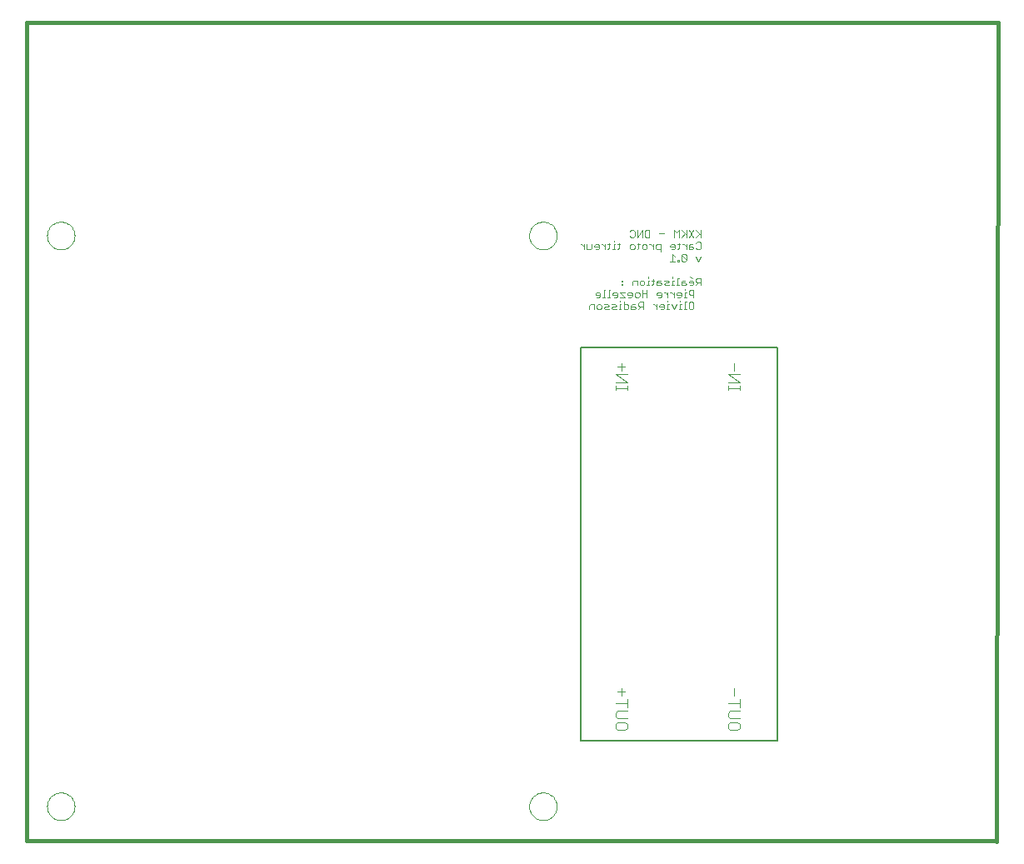
<source format=gbo>
G75*
%MOIN*%
%OFA0B0*%
%FSLAX24Y24*%
%IPPOS*%
%LPD*%
%AMOC8*
5,1,8,0,0,1.08239X$1,22.5*
%
%ADD10C,0.0160*%
%ADD11C,0.0030*%
%ADD12C,0.0000*%
%ADD13C,0.0050*%
%ADD14C,0.0040*%
D10*
X004043Y005930D02*
X004043Y038680D01*
X042918Y038680D01*
X042843Y005905D01*
X042788Y005930D02*
X004043Y005930D01*
D11*
X026562Y027195D02*
X026562Y027340D01*
X026610Y027388D01*
X026755Y027388D01*
X026755Y027195D01*
X026857Y027243D02*
X026857Y027340D01*
X026905Y027388D01*
X027002Y027388D01*
X027050Y027340D01*
X027050Y027243D01*
X027002Y027195D01*
X026905Y027195D01*
X026857Y027243D01*
X027151Y027243D02*
X027200Y027292D01*
X027296Y027292D01*
X027345Y027340D01*
X027296Y027388D01*
X027151Y027388D01*
X027151Y027243D02*
X027200Y027195D01*
X027345Y027195D01*
X027446Y027243D02*
X027494Y027292D01*
X027591Y027292D01*
X027639Y027340D01*
X027591Y027388D01*
X027446Y027388D01*
X027446Y027243D02*
X027494Y027195D01*
X027639Y027195D01*
X027739Y027195D02*
X027836Y027195D01*
X027787Y027195D02*
X027787Y027388D01*
X027836Y027388D01*
X027937Y027388D02*
X028082Y027388D01*
X028131Y027340D01*
X028131Y027243D01*
X028082Y027195D01*
X027937Y027195D01*
X027937Y027485D01*
X027787Y027485D02*
X027787Y027534D01*
X027790Y027675D02*
X027983Y027675D01*
X027790Y027868D01*
X027983Y027868D01*
X028084Y027820D02*
X028084Y027772D01*
X028278Y027772D01*
X028278Y027820D02*
X028229Y027868D01*
X028133Y027868D01*
X028084Y027820D01*
X028133Y027675D02*
X028229Y027675D01*
X028278Y027723D01*
X028278Y027820D01*
X028379Y027820D02*
X028427Y027868D01*
X028524Y027868D01*
X028572Y027820D01*
X028572Y027723D01*
X028524Y027675D01*
X028427Y027675D01*
X028379Y027723D01*
X028379Y027820D01*
X028674Y027820D02*
X028867Y027820D01*
X028867Y027675D02*
X028867Y027965D01*
X028869Y028155D02*
X028965Y028155D01*
X028917Y028155D02*
X028917Y028348D01*
X028965Y028348D01*
X029065Y028348D02*
X029162Y028348D01*
X029113Y028397D02*
X029113Y028203D01*
X029065Y028155D01*
X029263Y028155D02*
X029408Y028155D01*
X029456Y028203D01*
X029408Y028252D01*
X029263Y028252D01*
X029263Y028300D02*
X029263Y028155D01*
X029263Y028300D02*
X029311Y028348D01*
X029408Y028348D01*
X029558Y028348D02*
X029703Y028348D01*
X029751Y028300D01*
X029703Y028252D01*
X029606Y028252D01*
X029558Y028203D01*
X029606Y028155D01*
X029751Y028155D01*
X029851Y028155D02*
X029948Y028155D01*
X029899Y028155D02*
X029899Y028348D01*
X029948Y028348D01*
X029899Y028445D02*
X029899Y028494D01*
X030096Y028445D02*
X030096Y028155D01*
X030144Y028155D02*
X030047Y028155D01*
X030245Y028155D02*
X030390Y028155D01*
X030439Y028203D01*
X030390Y028252D01*
X030245Y028252D01*
X030245Y028300D02*
X030245Y028155D01*
X030245Y028300D02*
X030293Y028348D01*
X030390Y028348D01*
X030540Y028300D02*
X030540Y028252D01*
X030733Y028252D01*
X030733Y028300D02*
X030685Y028348D01*
X030588Y028348D01*
X030540Y028300D01*
X030588Y028155D02*
X030685Y028155D01*
X030733Y028203D01*
X030733Y028300D01*
X030834Y028300D02*
X030883Y028252D01*
X031028Y028252D01*
X030931Y028252D02*
X030834Y028155D01*
X030834Y028300D02*
X030834Y028397D01*
X030883Y028445D01*
X031028Y028445D01*
X031028Y028155D01*
X030733Y027965D02*
X030588Y027965D01*
X030540Y027917D01*
X030540Y027820D01*
X030588Y027772D01*
X030733Y027772D01*
X030733Y027675D02*
X030733Y027965D01*
X030439Y027868D02*
X030390Y027868D01*
X030390Y027675D01*
X030342Y027675D02*
X030439Y027675D01*
X030439Y027485D02*
X030390Y027485D01*
X030390Y027195D01*
X030342Y027195D02*
X030439Y027195D01*
X030540Y027243D02*
X030540Y027437D01*
X030588Y027485D01*
X030685Y027485D01*
X030733Y027437D01*
X030733Y027243D01*
X030685Y027195D01*
X030588Y027195D01*
X030540Y027243D01*
X030242Y027195D02*
X030145Y027195D01*
X030194Y027195D02*
X030194Y027388D01*
X030242Y027388D01*
X030194Y027485D02*
X030194Y027534D01*
X030194Y027675D02*
X030242Y027723D01*
X030242Y027820D01*
X030194Y027868D01*
X030097Y027868D01*
X030049Y027820D01*
X030049Y027772D01*
X030242Y027772D01*
X030194Y027675D02*
X030097Y027675D01*
X029948Y027675D02*
X029948Y027868D01*
X029948Y027772D02*
X029851Y027868D01*
X029802Y027868D01*
X029702Y027868D02*
X029702Y027675D01*
X029702Y027772D02*
X029605Y027868D01*
X029557Y027868D01*
X029456Y027820D02*
X029408Y027868D01*
X029311Y027868D01*
X029263Y027820D01*
X029263Y027772D01*
X029456Y027772D01*
X029456Y027820D02*
X029456Y027723D01*
X029408Y027675D01*
X029311Y027675D01*
X029260Y027388D02*
X029260Y027195D01*
X029260Y027292D02*
X029163Y027388D01*
X029115Y027388D01*
X029361Y027340D02*
X029361Y027292D01*
X029555Y027292D01*
X029555Y027340D02*
X029506Y027388D01*
X029410Y027388D01*
X029361Y027340D01*
X029410Y027195D02*
X029506Y027195D01*
X029555Y027243D01*
X029555Y027340D01*
X029703Y027388D02*
X029703Y027195D01*
X029751Y027195D02*
X029654Y027195D01*
X029703Y027388D02*
X029751Y027388D01*
X029852Y027388D02*
X029949Y027195D01*
X030046Y027388D01*
X029703Y027485D02*
X029703Y027534D01*
X030390Y027965D02*
X030390Y028014D01*
X030144Y028445D02*
X030096Y028445D01*
X030588Y028494D02*
X030685Y028445D01*
X030931Y029115D02*
X030834Y029308D01*
X031028Y029308D02*
X030931Y029115D01*
X030883Y029595D02*
X030834Y029643D01*
X030883Y029595D02*
X030980Y029595D01*
X031028Y029643D01*
X031028Y029837D01*
X030980Y029885D01*
X030883Y029885D01*
X030834Y029837D01*
X030685Y029788D02*
X030588Y029788D01*
X030540Y029740D01*
X030540Y029595D01*
X030685Y029595D01*
X030733Y029643D01*
X030685Y029692D01*
X030540Y029692D01*
X030439Y029692D02*
X030342Y029788D01*
X030293Y029788D01*
X030193Y029788D02*
X030096Y029788D01*
X030145Y029837D02*
X030145Y029643D01*
X030096Y029595D01*
X029997Y029643D02*
X029997Y029740D01*
X029948Y029788D01*
X029852Y029788D01*
X029803Y029740D01*
X029803Y029692D01*
X029997Y029692D01*
X029997Y029643D02*
X029948Y029595D01*
X029852Y029595D01*
X029900Y029405D02*
X029900Y029115D01*
X029997Y029115D02*
X029803Y029115D01*
X029997Y029308D02*
X029900Y029405D01*
X030096Y029163D02*
X030096Y029115D01*
X030144Y029115D01*
X030144Y029163D01*
X030096Y029163D01*
X030245Y029163D02*
X030293Y029115D01*
X030390Y029115D01*
X030439Y029163D01*
X030245Y029357D01*
X030245Y029163D01*
X030439Y029163D02*
X030439Y029357D01*
X030390Y029405D01*
X030293Y029405D01*
X030245Y029357D01*
X030439Y029595D02*
X030439Y029788D01*
X030439Y030075D02*
X030439Y030365D01*
X030540Y030365D02*
X030733Y030075D01*
X030834Y030075D02*
X030980Y030220D01*
X031028Y030172D02*
X030834Y030365D01*
X030733Y030365D02*
X030540Y030075D01*
X030439Y030172D02*
X030245Y030365D01*
X030144Y030365D02*
X030047Y030268D01*
X029950Y030365D01*
X029950Y030075D01*
X030144Y030075D02*
X030144Y030365D01*
X030390Y030220D02*
X030245Y030075D01*
X029555Y030220D02*
X029361Y030220D01*
X028965Y030075D02*
X028820Y030075D01*
X028772Y030123D01*
X028772Y030317D01*
X028820Y030365D01*
X028965Y030365D01*
X028965Y030075D01*
X028968Y029788D02*
X029016Y029788D01*
X029113Y029692D01*
X029113Y029788D02*
X029113Y029595D01*
X029214Y029643D02*
X029262Y029595D01*
X029407Y029595D01*
X029407Y029498D02*
X029407Y029788D01*
X029262Y029788D01*
X029214Y029740D01*
X029214Y029643D01*
X028867Y029643D02*
X028867Y029740D01*
X028819Y029788D01*
X028722Y029788D01*
X028674Y029740D01*
X028674Y029643D01*
X028722Y029595D01*
X028819Y029595D01*
X028867Y029643D01*
X028572Y029788D02*
X028476Y029788D01*
X028524Y029837D02*
X028524Y029643D01*
X028476Y029595D01*
X028376Y029643D02*
X028328Y029595D01*
X028231Y029595D01*
X028183Y029643D01*
X028183Y029740D01*
X028231Y029788D01*
X028328Y029788D01*
X028376Y029740D01*
X028376Y029643D01*
X028328Y030075D02*
X028231Y030075D01*
X028183Y030123D01*
X028328Y030075D02*
X028376Y030123D01*
X028376Y030317D01*
X028328Y030365D01*
X028231Y030365D01*
X028183Y030317D01*
X028477Y030365D02*
X028477Y030075D01*
X028671Y030365D01*
X028671Y030075D01*
X027787Y029788D02*
X027690Y029788D01*
X027738Y029837D02*
X027738Y029643D01*
X027690Y029595D01*
X027590Y029595D02*
X027494Y029595D01*
X027542Y029595D02*
X027542Y029788D01*
X027590Y029788D01*
X027542Y029885D02*
X027542Y029934D01*
X027394Y029788D02*
X027297Y029788D01*
X027346Y029837D02*
X027346Y029643D01*
X027297Y029595D01*
X027197Y029595D02*
X027197Y029788D01*
X027197Y029692D02*
X027101Y029788D01*
X027052Y029788D01*
X026952Y029740D02*
X026904Y029788D01*
X026807Y029788D01*
X026758Y029740D01*
X026758Y029692D01*
X026952Y029692D01*
X026952Y029740D02*
X026952Y029643D01*
X026904Y029595D01*
X026807Y029595D01*
X026657Y029643D02*
X026609Y029595D01*
X026464Y029595D01*
X026464Y029788D01*
X026363Y029788D02*
X026363Y029595D01*
X026363Y029692D02*
X026266Y029788D01*
X026217Y029788D01*
X026657Y029788D02*
X026657Y029643D01*
X027837Y028348D02*
X027837Y028300D01*
X027885Y028300D01*
X027885Y028348D01*
X027837Y028348D01*
X027837Y028203D02*
X027837Y028155D01*
X027885Y028155D01*
X027885Y028203D01*
X027837Y028203D01*
X027640Y027868D02*
X027543Y027868D01*
X027495Y027820D01*
X027495Y027772D01*
X027689Y027772D01*
X027689Y027820D02*
X027640Y027868D01*
X027689Y027820D02*
X027689Y027723D01*
X027640Y027675D01*
X027543Y027675D01*
X027394Y027675D02*
X027297Y027675D01*
X027346Y027675D02*
X027346Y027965D01*
X027394Y027965D01*
X027197Y027965D02*
X027149Y027965D01*
X027149Y027675D01*
X027197Y027675D02*
X027101Y027675D01*
X027001Y027723D02*
X027001Y027820D01*
X026953Y027868D01*
X026856Y027868D01*
X026808Y027820D01*
X026808Y027772D01*
X027001Y027772D01*
X027001Y027723D02*
X026953Y027675D01*
X026856Y027675D01*
X028232Y027340D02*
X028232Y027195D01*
X028377Y027195D01*
X028425Y027243D01*
X028377Y027292D01*
X028232Y027292D01*
X028232Y027340D02*
X028280Y027388D01*
X028377Y027388D01*
X028526Y027340D02*
X028575Y027292D01*
X028720Y027292D01*
X028623Y027292D02*
X028526Y027195D01*
X028526Y027340D02*
X028526Y027437D01*
X028575Y027485D01*
X028720Y027485D01*
X028720Y027195D01*
X028674Y027675D02*
X028674Y027965D01*
X028721Y028155D02*
X028769Y028203D01*
X028769Y028300D01*
X028721Y028348D01*
X028624Y028348D01*
X028575Y028300D01*
X028575Y028203D01*
X028624Y028155D01*
X028721Y028155D01*
X028474Y028155D02*
X028474Y028348D01*
X028329Y028348D01*
X028281Y028300D01*
X028281Y028155D01*
X028917Y028445D02*
X028917Y028494D01*
X031028Y030075D02*
X031028Y030365D01*
D12*
X024161Y030143D02*
X024163Y030190D01*
X024169Y030236D01*
X024179Y030282D01*
X024192Y030327D01*
X024210Y030370D01*
X024231Y030412D01*
X024255Y030452D01*
X024283Y030489D01*
X024314Y030524D01*
X024348Y030557D01*
X024384Y030586D01*
X024423Y030612D01*
X024464Y030635D01*
X024507Y030654D01*
X024551Y030670D01*
X024596Y030682D01*
X024642Y030690D01*
X024689Y030694D01*
X024735Y030694D01*
X024782Y030690D01*
X024828Y030682D01*
X024873Y030670D01*
X024917Y030654D01*
X024960Y030635D01*
X025001Y030612D01*
X025040Y030586D01*
X025076Y030557D01*
X025110Y030524D01*
X025141Y030489D01*
X025169Y030452D01*
X025193Y030412D01*
X025214Y030370D01*
X025232Y030327D01*
X025245Y030282D01*
X025255Y030236D01*
X025261Y030190D01*
X025263Y030143D01*
X025261Y030096D01*
X025255Y030050D01*
X025245Y030004D01*
X025232Y029959D01*
X025214Y029916D01*
X025193Y029874D01*
X025169Y029834D01*
X025141Y029797D01*
X025110Y029762D01*
X025076Y029729D01*
X025040Y029700D01*
X025001Y029674D01*
X024960Y029651D01*
X024917Y029632D01*
X024873Y029616D01*
X024828Y029604D01*
X024782Y029596D01*
X024735Y029592D01*
X024689Y029592D01*
X024642Y029596D01*
X024596Y029604D01*
X024551Y029616D01*
X024507Y029632D01*
X024464Y029651D01*
X024423Y029674D01*
X024384Y029700D01*
X024348Y029729D01*
X024314Y029762D01*
X024283Y029797D01*
X024255Y029834D01*
X024231Y029874D01*
X024210Y029916D01*
X024192Y029959D01*
X024179Y030004D01*
X024169Y030050D01*
X024163Y030096D01*
X024161Y030143D01*
X004870Y030143D02*
X004872Y030190D01*
X004878Y030236D01*
X004888Y030282D01*
X004901Y030327D01*
X004919Y030370D01*
X004940Y030412D01*
X004964Y030452D01*
X004992Y030489D01*
X005023Y030524D01*
X005057Y030557D01*
X005093Y030586D01*
X005132Y030612D01*
X005173Y030635D01*
X005216Y030654D01*
X005260Y030670D01*
X005305Y030682D01*
X005351Y030690D01*
X005398Y030694D01*
X005444Y030694D01*
X005491Y030690D01*
X005537Y030682D01*
X005582Y030670D01*
X005626Y030654D01*
X005669Y030635D01*
X005710Y030612D01*
X005749Y030586D01*
X005785Y030557D01*
X005819Y030524D01*
X005850Y030489D01*
X005878Y030452D01*
X005902Y030412D01*
X005923Y030370D01*
X005941Y030327D01*
X005954Y030282D01*
X005964Y030236D01*
X005970Y030190D01*
X005972Y030143D01*
X005970Y030096D01*
X005964Y030050D01*
X005954Y030004D01*
X005941Y029959D01*
X005923Y029916D01*
X005902Y029874D01*
X005878Y029834D01*
X005850Y029797D01*
X005819Y029762D01*
X005785Y029729D01*
X005749Y029700D01*
X005710Y029674D01*
X005669Y029651D01*
X005626Y029632D01*
X005582Y029616D01*
X005537Y029604D01*
X005491Y029596D01*
X005444Y029592D01*
X005398Y029592D01*
X005351Y029596D01*
X005305Y029604D01*
X005260Y029616D01*
X005216Y029632D01*
X005173Y029651D01*
X005132Y029674D01*
X005093Y029700D01*
X005057Y029729D01*
X005023Y029762D01*
X004992Y029797D01*
X004964Y029834D01*
X004940Y029874D01*
X004919Y029916D01*
X004901Y029959D01*
X004888Y030004D01*
X004878Y030050D01*
X004872Y030096D01*
X004870Y030143D01*
X004870Y007308D02*
X004872Y007355D01*
X004878Y007401D01*
X004888Y007447D01*
X004901Y007492D01*
X004919Y007535D01*
X004940Y007577D01*
X004964Y007617D01*
X004992Y007654D01*
X005023Y007689D01*
X005057Y007722D01*
X005093Y007751D01*
X005132Y007777D01*
X005173Y007800D01*
X005216Y007819D01*
X005260Y007835D01*
X005305Y007847D01*
X005351Y007855D01*
X005398Y007859D01*
X005444Y007859D01*
X005491Y007855D01*
X005537Y007847D01*
X005582Y007835D01*
X005626Y007819D01*
X005669Y007800D01*
X005710Y007777D01*
X005749Y007751D01*
X005785Y007722D01*
X005819Y007689D01*
X005850Y007654D01*
X005878Y007617D01*
X005902Y007577D01*
X005923Y007535D01*
X005941Y007492D01*
X005954Y007447D01*
X005964Y007401D01*
X005970Y007355D01*
X005972Y007308D01*
X005970Y007261D01*
X005964Y007215D01*
X005954Y007169D01*
X005941Y007124D01*
X005923Y007081D01*
X005902Y007039D01*
X005878Y006999D01*
X005850Y006962D01*
X005819Y006927D01*
X005785Y006894D01*
X005749Y006865D01*
X005710Y006839D01*
X005669Y006816D01*
X005626Y006797D01*
X005582Y006781D01*
X005537Y006769D01*
X005491Y006761D01*
X005444Y006757D01*
X005398Y006757D01*
X005351Y006761D01*
X005305Y006769D01*
X005260Y006781D01*
X005216Y006797D01*
X005173Y006816D01*
X005132Y006839D01*
X005093Y006865D01*
X005057Y006894D01*
X005023Y006927D01*
X004992Y006962D01*
X004964Y006999D01*
X004940Y007039D01*
X004919Y007081D01*
X004901Y007124D01*
X004888Y007169D01*
X004878Y007215D01*
X004872Y007261D01*
X004870Y007308D01*
X024161Y007308D02*
X024163Y007355D01*
X024169Y007401D01*
X024179Y007447D01*
X024192Y007492D01*
X024210Y007535D01*
X024231Y007577D01*
X024255Y007617D01*
X024283Y007654D01*
X024314Y007689D01*
X024348Y007722D01*
X024384Y007751D01*
X024423Y007777D01*
X024464Y007800D01*
X024507Y007819D01*
X024551Y007835D01*
X024596Y007847D01*
X024642Y007855D01*
X024689Y007859D01*
X024735Y007859D01*
X024782Y007855D01*
X024828Y007847D01*
X024873Y007835D01*
X024917Y007819D01*
X024960Y007800D01*
X025001Y007777D01*
X025040Y007751D01*
X025076Y007722D01*
X025110Y007689D01*
X025141Y007654D01*
X025169Y007617D01*
X025193Y007577D01*
X025214Y007535D01*
X025232Y007492D01*
X025245Y007447D01*
X025255Y007401D01*
X025261Y007355D01*
X025263Y007308D01*
X025261Y007261D01*
X025255Y007215D01*
X025245Y007169D01*
X025232Y007124D01*
X025214Y007081D01*
X025193Y007039D01*
X025169Y006999D01*
X025141Y006962D01*
X025110Y006927D01*
X025076Y006894D01*
X025040Y006865D01*
X025001Y006839D01*
X024960Y006816D01*
X024917Y006797D01*
X024873Y006781D01*
X024828Y006769D01*
X024782Y006761D01*
X024735Y006757D01*
X024689Y006757D01*
X024642Y006761D01*
X024596Y006769D01*
X024551Y006781D01*
X024507Y006797D01*
X024464Y006816D01*
X024423Y006839D01*
X024384Y006865D01*
X024348Y006894D01*
X024314Y006927D01*
X024283Y006962D01*
X024255Y006999D01*
X024231Y007039D01*
X024210Y007081D01*
X024192Y007124D01*
X024179Y007169D01*
X024169Y007215D01*
X024163Y007261D01*
X024161Y007308D01*
D13*
X026219Y009932D02*
X026219Y025680D01*
X034093Y025680D01*
X034093Y009932D01*
X026219Y009932D01*
D14*
X027613Y010435D02*
X027613Y010589D01*
X027690Y010665D01*
X027997Y010665D01*
X028073Y010589D01*
X028073Y010435D01*
X027997Y010358D01*
X027690Y010358D01*
X027613Y010435D01*
X027690Y010819D02*
X027613Y010896D01*
X027613Y011049D01*
X027690Y011126D01*
X028073Y011126D01*
X028073Y011279D02*
X028073Y011586D01*
X028073Y011433D02*
X027613Y011433D01*
X027843Y011740D02*
X027843Y012047D01*
X027997Y011893D02*
X027690Y011893D01*
X027690Y010819D02*
X028073Y010819D01*
X032113Y010896D02*
X032113Y011049D01*
X032190Y011126D01*
X032573Y011126D01*
X032573Y011279D02*
X032573Y011586D01*
X032573Y011433D02*
X032113Y011433D01*
X032343Y011740D02*
X032343Y012047D01*
X032113Y010896D02*
X032190Y010819D01*
X032573Y010819D01*
X032497Y010665D02*
X032573Y010589D01*
X032573Y010435D01*
X032497Y010358D01*
X032190Y010358D01*
X032113Y010435D01*
X032113Y010589D01*
X032190Y010665D01*
X032497Y010665D01*
X032573Y023972D02*
X032573Y024126D01*
X032573Y024049D02*
X032113Y024049D01*
X032113Y023972D02*
X032113Y024126D01*
X032113Y024279D02*
X032573Y024279D01*
X032113Y024586D01*
X032573Y024586D01*
X032343Y024740D02*
X032343Y025047D01*
X028073Y024586D02*
X027613Y024586D01*
X028073Y024279D01*
X027613Y024279D01*
X027613Y024126D02*
X027613Y023972D01*
X027613Y024049D02*
X028073Y024049D01*
X028073Y023972D02*
X028073Y024126D01*
X027843Y024740D02*
X027843Y025047D01*
X027997Y024893D02*
X027690Y024893D01*
M02*

</source>
